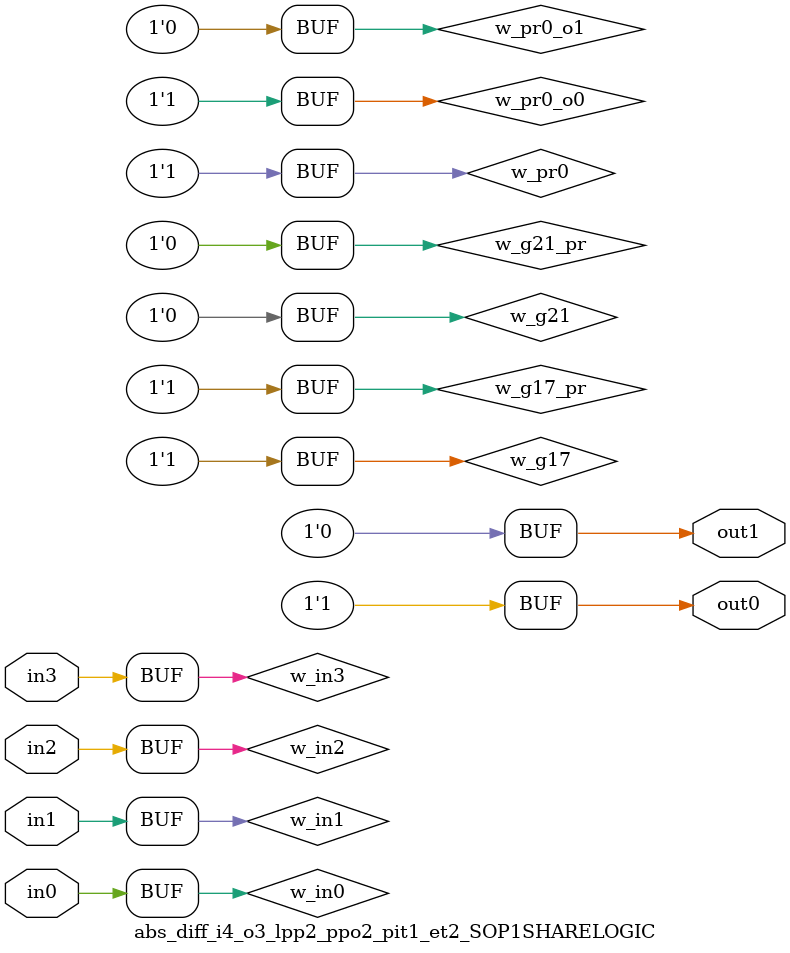
<source format=v>
module abs_diff_i4_o3_lpp2_ppo2_pit1_et2_SOP1SHARELOGIC (in0, in1, in2, in3, out0, out1);
// declaring inputs
input in0,  in1,  in2,  in3;
// declaring outputs
output out0,  out1;
// JSON model input
wire w_in3, w_in2, w_in1, w_in0;
// JSON model output
wire w_g17, w_g21;
//json model
wire w_g17_pr, w_g21_pr, w_pr0_o0, w_pr0_o1, w_pr0;
// JSON model input assign
assign w_in3 = in3;
assign w_in2 = in2;
assign w_in1 = in1;
assign w_in0 = in0;

//json model assigns (approximated Shared/XPAT part)
//assign literals to products
assign w_pr0 = 1;
//if a product has literals and if the product is being "activated" for that output
assign w_pr0_o0 = w_pr0 & 1;
assign w_pr0_o1 = w_pr0 & 0;
//compose an output with corresponding products (OR)
assign w_g17 = w_pr0_o0;
assign w_g21 = w_pr0_o1;
//if an output has products and if it is part of the JSON model
assign w_g17_pr = w_g17 & 1;
assign w_g21_pr = w_g21 & 0;
// output assigns
assign out0 = w_g17_pr;
assign out1 = w_g21_pr;
endmodule
</source>
